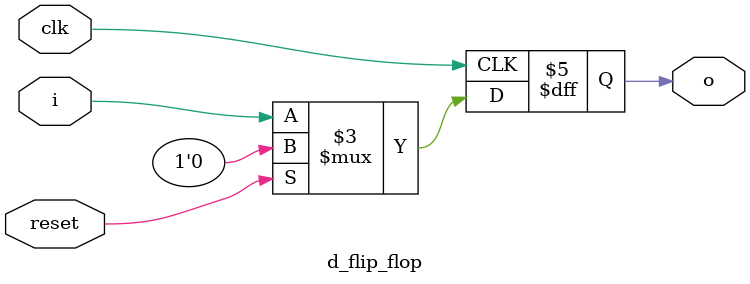
<source format=sv>
`timescale 1ns / 1ps
module d_flip_flop(input clk, input reset, input i, output reg o);
    always @(posedge clk)begin
        if (reset)begin
        o <= 1'b0;
        end
        else begin
        o <= i;
        end
    end
endmodule
</source>
